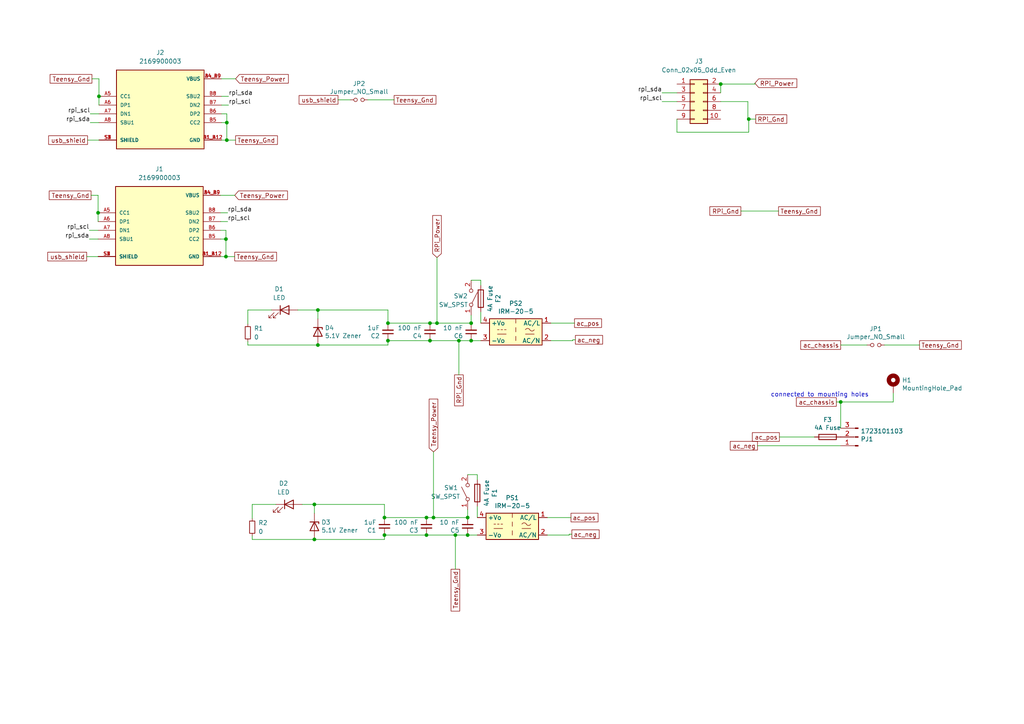
<source format=kicad_sch>
(kicad_sch (version 20211123) (generator eeschema)
  (paper "A4")
  (lib_symbols
    (symbol "Connector:Conn_01x03_Male" (pin_names (offset 1.016) hide)
      (property "Reference" "J" (at 0 5.08 0))
      (property "Value" "Conn_01x03_Male" (at 0 -5.08 0))
      (symbol "Conn_01x03_Male_1_1"
        (polyline (pts (xy 1.27 -2.54) (xy 0.8636 -2.54)) (stroke (width 0.1524)))
        (polyline (pts (xy 1.27 0) (xy 0.8636 0)) (stroke (width 0.1524)))
        (polyline (pts (xy 1.27 2.54) (xy 0.8636 2.54)) (stroke (width 0.1524)))
        (rectangle (start 0.8636 -2.413) (end 0 -2.667) (stroke (width 0.1524)) (fill (type outline)))
        (rectangle (start 0.8636 0.127) (end 0 -0.127) (stroke (width 0.1524)) (fill (type outline)))
        (rectangle (start 0.8636 2.667) (end 0 2.413) (stroke (width 0.1524)) (fill (type outline)))
        (pin passive line (at 5.08 2.54 180) (length 3.81) (name "Pin_1") (number "1"))
        (pin passive line (at 5.08 0 180) (length 3.81) (name "Pin_2") (number "2"))
        (pin passive line (at 5.08 -2.54 180) (length 3.81) (name "Pin_3") (number "3"))
      )
    )
    (symbol "Connector_Generic:Conn_02x05_Odd_Even" (pin_names (offset 1.016) hide)
      (property "Reference" "J" (at 1.27 7.62 0))
      (property "Value" "Conn_02x05_Odd_Even" (at 1.27 -7.62 0))
      (symbol "Conn_02x05_Odd_Even_1_1"
        (rectangle (start -1.27 -4.953) (end 0 -5.207) (stroke (width 0.1524)))
        (rectangle (start -1.27 -2.413) (end 0 -2.667) (stroke (width 0.1524)))
        (rectangle (start -1.27 0.127) (end 0 -0.127) (stroke (width 0.1524)))
        (rectangle (start -1.27 2.667) (end 0 2.413) (stroke (width 0.1524)))
        (rectangle (start -1.27 5.207) (end 0 4.953) (stroke (width 0.1524)))
        (rectangle (start -1.27 6.35) (end 3.81 -6.35) (stroke (width 0.254)) (fill (type background)))
        (rectangle (start 3.81 -4.953) (end 2.54 -5.207) (stroke (width 0.1524)))
        (rectangle (start 3.81 -2.413) (end 2.54 -2.667) (stroke (width 0.1524)))
        (rectangle (start 3.81 0.127) (end 2.54 -0.127) (stroke (width 0.1524)))
        (rectangle (start 3.81 2.667) (end 2.54 2.413) (stroke (width 0.1524)))
        (rectangle (start 3.81 5.207) (end 2.54 4.953) (stroke (width 0.1524)))
        (pin passive line (at -5.08 5.08 0) (length 3.81) (name "Pin_1") (number "1"))
        (pin passive line (at 7.62 -5.08 180) (length 3.81) (name "Pin_10") (number "10"))
        (pin passive line (at 7.62 5.08 180) (length 3.81) (name "Pin_2") (number "2"))
        (pin passive line (at -5.08 2.54 0) (length 3.81) (name "Pin_3") (number "3"))
        (pin passive line (at 7.62 2.54 180) (length 3.81) (name "Pin_4") (number "4"))
        (pin passive line (at -5.08 0 0) (length 3.81) (name "Pin_5") (number "5"))
        (pin passive line (at 7.62 0 180) (length 3.81) (name "Pin_6") (number "6"))
        (pin passive line (at -5.08 -2.54 0) (length 3.81) (name "Pin_7") (number "7"))
        (pin passive line (at 7.62 -2.54 180) (length 3.81) (name "Pin_8") (number "8"))
        (pin passive line (at -5.08 -5.08 0) (length 3.81) (name "Pin_9") (number "9"))
      )
    )
    (symbol "Converter_ACDC:IRM-20-5"
      (property "Reference" "PS" (at 0 5.08 0))
      (property "Value" "IRM-20-5" (at 0 -5.08 0))
      (symbol "IRM-20-5_0_1"
        (rectangle (start -7.62 3.81) (end 7.62 -3.81) (stroke (width 0.254)) (fill (type background)))
        (arc (start -5.334 0.635) (mid -4.699 0.2495) (end -4.064 0.635))
        (arc (start -2.794 0.635) (mid -3.429 1.0072) (end -4.064 0.635))
        (polyline (pts (xy -5.334 -0.635) (xy -2.794 -0.635)))
        (polyline (pts (xy 0 -1.27) (xy 0 -2.54)))
        (polyline (pts (xy 0 1.27) (xy 0 0)))
        (polyline (pts (xy 0 3.81) (xy 0 2.54)))
        (polyline (pts (xy 2.794 -0.635) (xy 5.334 -0.635)))
        (polyline (pts (xy 2.794 0.635) (xy 3.302 0.635)))
        (polyline (pts (xy 3.81 0.635) (xy 4.318 0.635)))
        (polyline (pts (xy 4.826 0.635) (xy 5.334 0.635)))
      )
      (symbol "IRM-20-5_1_1"
        (pin power_in line (at -10.16 2.54 0) (length 2.54) (name "AC/L") (number "1"))
        (pin power_in line (at -10.16 -2.54 0) (length 2.54) (name "AC/N") (number "2"))
        (pin power_out line (at 10.16 -2.54 180) (length 2.54) (name "-Vo") (number "3"))
        (pin power_out line (at 10.16 2.54 180) (length 2.54) (name "+Vo") (number "4"))
      )
    )
    (symbol "Device:C_Small" (pin_numbers hide) (pin_names (offset 0.254) hide)
      (property "Reference" "C" (at 0.254 1.778 0))
      (property "Value" "C_Small" (at 0.254 -2.032 0))
      (symbol "C_Small_0_1"
        (polyline (pts (xy -1.524 -0.508) (xy 1.524 -0.508)) (stroke (width 0.3302)))
        (polyline (pts (xy -1.524 0.508) (xy 1.524 0.508)) (stroke (width 0.3048)))
      )
      (symbol "C_Small_1_1"
        (pin passive line (at 0 2.54 270) (length 2.032) (name "~") (number "1"))
        (pin passive line (at 0 -2.54 90) (length 2.032) (name "~") (number "2"))
      )
    )
    (symbol "Device:D_Zener" (pin_numbers hide) (pin_names (offset 1.016) hide)
      (property "Reference" "D" (at 0 2.54 0))
      (property "Value" "D_Zener" (at 0 -2.54 0))
      (symbol "D_Zener_0_1"
        (polyline (pts (xy 1.27 0) (xy -1.27 0)))
        (polyline (pts (xy -1.27 -1.27) (xy -1.27 1.27) (xy -0.762 1.27)) (stroke (width 0.254)))
        (polyline (pts (xy 1.27 -1.27) (xy 1.27 1.27) (xy -1.27 0) (xy 1.27 -1.27)) (stroke (width 0.254)))
      )
      (symbol "D_Zener_1_1"
        (pin passive line (at -3.81 0 0) (length 2.54) (name "K") (number "1"))
        (pin passive line (at 3.81 0 180) (length 2.54) (name "A") (number "2"))
      )
    )
    (symbol "Device:Fuse" (pin_numbers hide) (pin_names (offset 0))
      (property "Reference" "F" (at 2.032 0 90))
      (property "Value" "Fuse" (at -1.905 0 90))
      (symbol "Fuse_0_1"
        (rectangle (start -0.762 -2.54) (end 0.762 2.54) (stroke (width 0.254)))
        (polyline (pts (xy 0 2.54) (xy 0 -2.54)))
      )
      (symbol "Fuse_1_1"
        (pin passive line (at 0 3.81 270) (length 1.27) (name "~") (number "1"))
        (pin passive line (at 0 -3.81 90) (length 1.27) (name "~") (number "2"))
      )
    )
    (symbol "Device:LED" (pin_numbers hide) (pin_names (offset 1.016) hide)
      (property "Reference" "D" (at 0 2.54 0))
      (property "Value" "LED" (at 0 -2.54 0))
      (symbol "LED_0_1"
        (polyline (pts (xy -1.27 -1.27) (xy -1.27 1.27)) (stroke (width 0.254)))
        (polyline (pts (xy -1.27 0) (xy 1.27 0)))
        (polyline (pts (xy 1.27 -1.27) (xy 1.27 1.27) (xy -1.27 0) (xy 1.27 -1.27)) (stroke (width 0.254)))
        (polyline (pts (xy -3.048 -0.762) (xy -4.572 -2.286) (xy -3.81 -2.286) (xy -4.572 -2.286) (xy -4.572 -1.524)))
        (polyline (pts (xy -1.778 -0.762) (xy -3.302 -2.286) (xy -2.54 -2.286) (xy -3.302 -2.286) (xy -3.302 -1.524)))
      )
      (symbol "LED_1_1"
        (pin passive line (at -3.81 0 0) (length 2.54) (name "K") (number "1"))
        (pin passive line (at 3.81 0 180) (length 2.54) (name "A") (number "2"))
      )
    )
    (symbol "Device:R_Small" (pin_numbers hide) (pin_names (offset 0.254) hide)
      (property "Reference" "R" (at 0.762 0.508 0))
      (property "Value" "R_Small" (at 0.762 -1.016 0))
      (symbol "R_Small_0_1"
        (rectangle (start -0.762 1.778) (end 0.762 -1.778) (stroke (width 0.2032)))
      )
      (symbol "R_Small_1_1"
        (pin passive line (at 0 2.54 270) (length 0.762) (name "~") (number "1"))
        (pin passive line (at 0 -2.54 90) (length 0.762) (name "~") (number "2"))
      )
    )
    (symbol "Mechanical:MountingHole_Pad" (pin_numbers hide) (pin_names (offset 1.016) hide)
      (property "Reference" "H" (at 0 6.35 0))
      (property "Value" "MountingHole_Pad" (at 0 4.445 0))
      (symbol "MountingHole_Pad_0_1"
        (circle (center 0 1.27) (radius 1.27) (stroke (width 1.27)))
      )
      (symbol "MountingHole_Pad_1_1"
        (pin input line (at 0 -2.54 90) (length 2.54) (name "1") (number "1"))
      )
    )
    (symbol "Switch:SW_SPST" (pin_names (offset 0) hide)
      (property "Reference" "SW" (at 0 3.175 0))
      (property "Value" "SW_SPST" (at 0 -2.54 0))
      (symbol "SW_SPST_0_0"
        (circle (center -2.032 0) (radius 0.508))
        (polyline (pts (xy -1.524 0.254) (xy 1.524 1.778)))
        (circle (center 2.032 0) (radius 0.508))
      )
      (symbol "SW_SPST_1_1"
        (pin passive line (at -5.08 0 0) (length 2.54) (name "A") (number "1"))
        (pin passive line (at 5.08 0 180) (length 2.54) (name "B") (number "2"))
      )
    )
    (symbol "teensy:2169900003" (pin_names (offset 1.016))
      (property "Reference" "J" (at -12.7 10.922 0))
      (property "Value" "2169900003" (at -12.7 -13.462 0))
      (symbol "2169900003_0_0"
        (rectangle (start -12.7 -12.7) (end 12.7 10.16) (stroke (width 0.254)) (fill (type background)))
        (pin power_in line (at 17.78 -10.16 180) (length 5.08) (name "GND") (number "A1_B12"))
        (pin power_in line (at 17.78 7.62 180) (length 5.08) (name "VBUS") (number "A4_B9"))
        (pin bidirectional line (at -17.78 2.54 0) (length 5.08) (name "CC1") (number "A5"))
        (pin bidirectional line (at -17.78 0 0) (length 5.08) (name "DP1") (number "A6"))
        (pin bidirectional line (at -17.78 -2.54 0) (length 5.08) (name "DN1") (number "A7"))
        (pin bidirectional line (at -17.78 -5.08 0) (length 5.08) (name "SBU1") (number "A8"))
        (pin power_in line (at 17.78 -10.16 180) (length 5.08) (name "GND") (number "B1_A12"))
        (pin power_in line (at 17.78 7.62 180) (length 5.08) (name "VBUS") (number "B4_A9"))
        (pin bidirectional line (at 17.78 -5.08 180) (length 5.08) (name "CC2") (number "B5"))
        (pin bidirectional line (at 17.78 -2.54 180) (length 5.08) (name "DP2") (number "B6"))
        (pin bidirectional line (at 17.78 0 180) (length 5.08) (name "DN2") (number "B7"))
        (pin bidirectional line (at 17.78 2.54 180) (length 5.08) (name "SBU2") (number "B8"))
        (pin passive line (at -17.78 -10.16 0) (length 5.08) (name "SHIELD") (number "S1"))
        (pin passive line (at -17.78 -10.16 0) (length 5.08) (name "SHIELD") (number "S2"))
        (pin passive line (at -17.78 -10.16 0) (length 5.08) (name "SHIELD") (number "S3"))
        (pin passive line (at -17.78 -10.16 0) (length 5.08) (name "SHIELD") (number "S4"))
      )
    )
    (symbol "widaq-magis-ssr-v1b-rescue:Jumper_NO_Small-Device" (pin_numbers hide) (pin_names (offset 0.762) hide)
      (property "Reference" "JP" (at 0 2.032 0))
      (property "Value" "Jumper_NO_Small-Device" (at 0.254 -1.524 0))
      (symbol "Jumper_NO_Small-Device_0_1"
        (circle (center -1.016 0) (radius 0.508))
        (circle (center 1.016 0) (radius 0.508))
        (pin passive line (at -2.54 0 0) (length 1.016) (name "1") (number "1"))
        (pin passive line (at 2.54 0 180) (length 1.016) (name "2") (number "2"))
      )
    )
  )
  (junction (at 91.186 146.304))
  (junction (at 112.522 98.806))
  (junction (at 92.202 100.076))
  (junction (at 124.714 93.726))
  (junction (at 135.636 155.194))
  (junction (at 136.652 93.726))
  (junction (at 65.786 35.56))
  (junction (at 28.448 61.722))
  (junction (at 91.186 156.464))
  (junction (at 209.042 24.384))
  (junction (at 135.636 150.114))
  (junction (at 111.506 150.114))
  (junction (at 123.698 150.114))
  (junction (at 65.532 74.422))
  (junction (at 65.786 40.64))
  (junction (at 65.532 69.342))
  (junction (at 92.202 89.916))
  (junction (at 111.506 155.194))
  (junction (at 133.096 98.806))
  (junction (at 136.652 98.806))
  (junction (at 112.522 93.726))
  (junction (at 124.714 98.806))
  (junction (at 243.84 116.586))
  (junction (at 123.698 155.194))
  (junction (at 217.17 34.544))
  (junction (at 28.702 27.94))
  (junction (at 126.746 93.726))
  (junction (at 132.08 155.194))
  (junction (at 125.73 150.114))
  (wire (pts (xy 138.43 146.812) (xy 138.43 150.114)))
  (wire (pts (xy 139.446 90.424) (xy 139.446 93.726)))
  (wire (pts (xy 126.746 93.726) (xy 136.652 93.726)))
  (wire (pts (xy 65.786 33.02) (xy 65.786 35.56)))
  (wire (pts (xy 192.024 29.464) (xy 196.342 29.464)))
  (wire (pts (xy 73.152 146.304) (xy 73.152 150.368)))
  (wire (pts (xy 138.43 139.192) (xy 138.43 137.668)))
  (wire (pts (xy 135.636 155.194) (xy 138.43 155.194)))
  (wire (pts (xy 91.186 146.304) (xy 91.186 148.844)))
  (wire (pts (xy 214.884 61.214) (xy 225.806 61.214)))
  (wire (pts (xy 92.202 100.076) (xy 112.522 100.076)))
  (wire (pts (xy 98.044 28.956) (xy 101.6 28.956)))
  (wire (pts (xy 86.36 89.916) (xy 92.202 89.916)))
  (wire (pts (xy 112.522 93.726) (xy 112.522 89.916)))
  (wire (pts (xy 124.714 93.726) (xy 126.746 93.726)))
  (wire (pts (xy 136.652 91.44) (xy 136.652 93.726)))
  (wire (pts (xy 64.008 61.722) (xy 66.04 61.722)))
  (wire (pts (xy 158.75 150.114) (xy 165.608 150.114)))
  (wire (pts (xy 216.916 29.464) (xy 216.916 34.544)))
  (wire (pts (xy 166.116 98.552) (xy 166.878 98.552)))
  (wire (pts (xy 25.908 69.342) (xy 28.448 69.342)))
  (wire (pts (xy 64.262 35.56) (xy 65.786 35.56)))
  (wire (pts (xy 217.17 34.544) (xy 217.17 38.354)))
  (wire (pts (xy 26.67 22.86) (xy 28.702 22.86)))
  (wire (pts (xy 112.522 93.726) (xy 124.714 93.726)))
  (wire (pts (xy 166.116 98.806) (xy 166.116 98.552)))
  (wire (pts (xy 64.008 69.342) (xy 65.532 69.342)))
  (wire (pts (xy 112.268 98.806) (xy 112.522 98.806)))
  (wire (pts (xy 65.532 66.802) (xy 65.532 69.342)))
  (wire (pts (xy 64.262 30.48) (xy 66.294 30.48)))
  (wire (pts (xy 111.506 150.114) (xy 123.698 150.114)))
  (wire (pts (xy 158.75 155.194) (xy 165.1 155.194)))
  (wire (pts (xy 259.08 116.586) (xy 259.08 114.046)))
  (wire (pts (xy 126.746 74.676) (xy 126.746 93.726)))
  (wire (pts (xy 111.506 150.114) (xy 111.506 146.304)))
  (wire (pts (xy 196.342 38.354) (xy 217.17 38.354)))
  (wire (pts (xy 124.714 98.806) (xy 133.096 98.806)))
  (wire (pts (xy 251.46 100.076) (xy 243.84 100.076)))
  (wire (pts (xy 64.008 64.262) (xy 66.04 64.262)))
  (wire (pts (xy 64.262 40.64) (xy 65.786 40.64)))
  (wire (pts (xy 65.532 74.422) (xy 68.072 74.422)))
  (wire (pts (xy 65.786 35.56) (xy 65.786 40.64)))
  (wire (pts (xy 209.042 24.384) (xy 218.948 24.384)))
  (wire (pts (xy 91.186 156.464) (xy 111.506 156.464)))
  (wire (pts (xy 26.162 33.02) (xy 28.702 33.02)))
  (wire (pts (xy 26.416 56.642) (xy 28.448 56.642)))
  (wire (pts (xy 165.1 155.194) (xy 165.1 154.94)))
  (wire (pts (xy 216.916 34.544) (xy 217.17 34.544)))
  (wire (pts (xy 64.262 27.94) (xy 66.294 27.94)))
  (wire (pts (xy 132.08 155.194) (xy 135.636 155.194)))
  (wire (pts (xy 73.152 155.448) (xy 73.152 156.464)))
  (wire (pts (xy 209.042 29.464) (xy 216.916 29.464)))
  (wire (pts (xy 111.252 155.194) (xy 111.506 155.194)))
  (wire (pts (xy 256.54 100.076) (xy 266.7 100.076)))
  (wire (pts (xy 226.06 126.746) (xy 236.22 126.746)))
  (wire (pts (xy 135.636 147.828) (xy 135.636 150.114)))
  (wire (pts (xy 243.84 124.206) (xy 243.84 116.586)))
  (wire (pts (xy 218.948 24.384) (xy 218.948 24.13)))
  (wire (pts (xy 65.786 40.64) (xy 68.326 40.64)))
  (wire (pts (xy 78.74 89.916) (xy 71.882 89.916)))
  (wire (pts (xy 64.008 56.642) (xy 68.072 56.642)))
  (wire (pts (xy 123.698 155.194) (xy 132.08 155.194)))
  (wire (pts (xy 25.908 66.802) (xy 28.448 66.802)))
  (wire (pts (xy 111.506 146.304) (xy 91.186 146.304)))
  (wire (pts (xy 28.702 27.94) (xy 28.702 30.48)))
  (wire (pts (xy 125.73 131.064) (xy 125.73 150.114)))
  (wire (pts (xy 71.882 89.916) (xy 71.882 93.98)))
  (wire (pts (xy 133.096 98.806) (xy 136.652 98.806)))
  (wire (pts (xy 196.342 34.544) (xy 196.342 38.354)))
  (wire (pts (xy 111.506 155.194) (xy 123.698 155.194)))
  (wire (pts (xy 112.522 98.806) (xy 112.522 100.076)))
  (wire (pts (xy 64.008 66.802) (xy 65.532 66.802)))
  (wire (pts (xy 138.43 137.668) (xy 135.636 137.668)))
  (wire (pts (xy 217.17 34.544) (xy 219.202 34.544)))
  (wire (pts (xy 73.152 156.464) (xy 91.186 156.464)))
  (wire (pts (xy 28.448 56.642) (xy 28.448 61.722)))
  (wire (pts (xy 132.08 155.194) (xy 132.08 165.1)))
  (wire (pts (xy 133.096 98.806) (xy 133.096 108.712)))
  (wire (pts (xy 209.042 24.384) (xy 209.042 26.924)))
  (wire (pts (xy 165.1 154.94) (xy 165.862 154.94)))
  (wire (pts (xy 219.71 129.286) (xy 243.84 129.286)))
  (wire (pts (xy 139.446 82.804) (xy 139.446 81.28)))
  (wire (pts (xy 243.84 116.586) (xy 259.08 116.586)))
  (wire (pts (xy 112.522 89.916) (xy 92.202 89.916)))
  (wire (pts (xy 112.522 98.806) (xy 124.714 98.806)))
  (wire (pts (xy 25.146 74.422) (xy 28.448 74.422)))
  (wire (pts (xy 106.68 28.956) (xy 114.3 28.956)))
  (wire (pts (xy 64.262 33.02) (xy 65.786 33.02)))
  (wire (pts (xy 111.506 155.194) (xy 111.506 156.464)))
  (wire (pts (xy 28.702 22.86) (xy 28.702 27.94)))
  (wire (pts (xy 159.766 98.806) (xy 166.116 98.806)))
  (wire (pts (xy 125.73 150.114) (xy 135.636 150.114)))
  (wire (pts (xy 243.84 116.586) (xy 242.57 116.586)))
  (wire (pts (xy 65.532 69.342) (xy 65.532 74.422)))
  (wire (pts (xy 25.4 40.64) (xy 28.702 40.64)))
  (wire (pts (xy 87.63 146.304) (xy 91.186 146.304)))
  (wire (pts (xy 28.448 61.722) (xy 28.448 64.262)))
  (wire (pts (xy 26.162 35.56) (xy 28.702 35.56)))
  (wire (pts (xy 139.446 81.28) (xy 136.652 81.28)))
  (wire (pts (xy 80.01 146.304) (xy 73.152 146.304)))
  (wire (pts (xy 71.882 99.06) (xy 71.882 100.076)))
  (wire (pts (xy 136.652 98.806) (xy 139.446 98.806)))
  (wire (pts (xy 123.698 150.114) (xy 125.73 150.114)))
  (wire (pts (xy 71.882 100.076) (xy 92.202 100.076)))
  (wire (pts (xy 92.202 89.916) (xy 92.202 92.456)))
  (wire (pts (xy 64.008 74.422) (xy 65.532 74.422)))
  (wire (pts (xy 192.024 26.924) (xy 196.342 26.924)))
  (wire (pts (xy 64.262 22.86) (xy 68.326 22.86)))
  (wire (pts (xy 159.766 93.726) (xy 166.624 93.726)))
  (text "connected to mounting holes" (at 223.52 115.316 0) (effects (font (size 1.27 1.27)) (justify left bottom)))
  (label "rpi_sda" (at 66.04 61.722 0))
  (label "rpi_sda" (at 26.162 35.56 180))
  (label "rpi_scl" (at 66.04 64.262 0))
  (label "rpi_sda" (at 66.294 27.94 0))
  (label "rpi_sda" (at 192.024 26.924 180))
  (label "rpi_scl" (at 26.162 33.02 180))
  (label "rpi_scl" (at 25.908 66.802 180))
  (label "rpi_scl" (at 66.294 30.48 0))
  (label "rpi_scl" (at 192.024 29.464 180))
  (label "rpi_sda" (at 25.908 69.342 180))
  (global_label "ac_pos" (shape passive) (at 165.608 150.114 0) (property "Intersheet References" "${INTERSHEET_REFS}" (effects hide)))
  (global_label "Teensy_Gnd" (shape passive) (at 132.08 165.1 270) (property "Intersheet References" "${INTERSHEET_REFS}" (effects hide)))
  (global_label "ac_pos" (shape passive) (at 166.624 93.726 0) (property "Intersheet References" "${INTERSHEET_REFS}" (effects hide)))
  (global_label "RPi_Gnd" (shape passive) (at 133.096 108.712 270) (property "Intersheet References" "${INTERSHEET_REFS}" (effects hide)))
  (global_label "usb_shield" (shape passive) (at 25.4 40.64 180) (property "Intersheet References" "${INTERSHEET_REFS}" (effects hide)))
  (global_label "Teensy_Gnd" (shape passive) (at 68.072 74.422 0) (property "Intersheet References" "${INTERSHEET_REFS}" (effects hide)))
  (global_label "usb_shield" (shape passive) (at 25.146 74.422 180) (property "Intersheet References" "${INTERSHEET_REFS}" (effects hide)))
  (global_label "RPi_Power" (shape input) (at 126.746 74.676 90) (property "Intersheet References" "${INTERSHEET_REFS}" (effects hide)))
  (global_label "ac_pos" (shape passive) (at 226.06 126.746 180) (property "Intersheet References" "${INTERSHEET_REFS}" (effects hide)))
  (global_label "Teensy_Gnd" (shape passive) (at 68.326 40.64 0) (property "Intersheet References" "${INTERSHEET_REFS}" (effects hide)))
  (global_label "Teensy_Gnd" (shape passive) (at 266.7 100.076 0) (property "Intersheet References" "${INTERSHEET_REFS}" (effects hide)))
  (global_label "Teensy_Gnd" (shape passive) (at 114.3 28.956 0) (property "Intersheet References" "${INTERSHEET_REFS}" (effects hide)))
  (global_label "RPi_Gnd" (shape passive) (at 219.202 34.544 0) (property "Intersheet References" "${INTERSHEET_REFS}" (effects hide)))
  (global_label "Teensy_Gnd" (shape passive) (at 225.806 61.214 0) (property "Intersheet References" "${INTERSHEET_REFS}" (effects hide)))
  (global_label "Teensy_Gnd" (shape passive) (at 26.67 22.86 180) (property "Intersheet References" "${INTERSHEET_REFS}" (effects hide)))
  (global_label "RPi_Gnd" (shape passive) (at 214.884 61.214 180) (property "Intersheet References" "${INTERSHEET_REFS}" (effects hide)))
  (global_label "Teensy_Power" (shape input) (at 68.326 22.86 0) (property "Intersheet References" "${INTERSHEET_REFS}" (effects hide)))
  (global_label "Teensy_Power" (shape input) (at 125.73 131.064 90) (property "Intersheet References" "${INTERSHEET_REFS}" (effects hide)))
  (global_label "usb_shield" (shape passive) (at 98.044 28.956 180) (property "Intersheet References" "${INTERSHEET_REFS}" (effects hide)))
  (global_label "ac_chassis" (shape passive) (at 243.84 100.076 180) (property "Intersheet References" "${INTERSHEET_REFS}" (effects hide)))
  (global_label "ac_neg" (shape passive) (at 166.878 98.552 0) (property "Intersheet References" "${INTERSHEET_REFS}" (effects hide)))
  (global_label "Teensy_Power" (shape input) (at 68.072 56.642 0) (property "Intersheet References" "${INTERSHEET_REFS}" (effects hide)))
  (global_label "ac_neg" (shape passive) (at 165.862 154.94 0) (property "Intersheet References" "${INTERSHEET_REFS}" (effects hide)))
  (global_label "ac_neg" (shape passive) (at 219.71 129.286 180) (property "Intersheet References" "${INTERSHEET_REFS}" (effects hide)))
  (global_label "ac_chassis" (shape passive) (at 242.57 116.586 180) (property "Intersheet References" "${INTERSHEET_REFS}" (effects hide)))
  (global_label "Teensy_Gnd" (shape passive) (at 26.416 56.642 180) (property "Intersheet References" "${INTERSHEET_REFS}" (effects hide)))
  (global_label "RPi_Power" (shape input) (at 218.948 24.13 0) (property "Intersheet References" "${INTERSHEET_REFS}" (effects hide)))
  (symbol (lib_id "Mechanical:MountingHole_Pad") (at 259.08 111.506 0) (unit 1)
    (property "Reference" "H1" (at 261.62 110.2614 0) (effects (justify left)))
    (property "Value" "MountingHole_Pad" (at 261.62 112.5728 0) (effects (justify left)))
    (property "Footprint" "MountingHole:MountingHole_4.5mm_Pad" (effects hide))
  )
  (symbol (lib_id "Device:C_Small") (at 111.506 152.654 180) (unit 1)
    (property "Reference" "C1" (at 109.1692 153.8224 0) (effects (justify left)))
    (property "Value" "1uF" (at 109.1692 151.511 0) (effects (justify left)))
    (property "Footprint" "Capacitor_THT:C_Disc_D4.3mm_W1.9mm_P5.00mm" (effects hide))
  )
  (symbol (lib_id "Connector:Conn_01x03_Male") (at 248.92 126.746 180) (unit 1)
    (property "Reference" "PJ1" (at 249.6312 127.3556 0) (effects (justify right)))
    (property "Value" "1723101103" (at 249.6312 125.0442 0) (effects (justify right)))
    (property "Footprint" "Connector_Molex:Molex_MLX42002_3" (effects hide))
  )
  (symbol (lib_id "Device:C_Small") (at 112.522 96.266 180) (unit 1)
    (property "Reference" "C2" (at 110.1852 97.4344 0) (effects (justify left)))
    (property "Value" "1uF" (at 110.1852 95.123 0) (effects (justify left)))
    (property "Footprint" "Capacitor_THT:C_Disc_D4.3mm_W1.9mm_P5.00mm" (effects hide))
  )
  (symbol (lib_id "Device:LED") (at 82.55 89.916 0) (unit 1)
    (property "Reference" "D1" (at 80.9625 83.82 0))
    (property "Value" "LED" (at 80.9625 86.36 0))
    (property "Footprint" "Connector_JST:JST_PH_S2B-PH-K_1x02_P2.00mm_Horizontal" (effects hide))
  )
  (symbol (lib_id "widaq-magis-ssr-v1b-rescue:Jumper_NO_Small-Device") (at 104.14 28.956 0) (unit 1)
    (property "Reference" "JP2" (at 104.14 24.257 0))
    (property "Value" "Jumper_NO_Small" (at 104.14 26.5684 0))
    (property "Footprint" "Connector_PinHeader_2.54mm:PinHeader_1x02_P2.54mm_Vertical" (effects hide))
  )
  (symbol (lib_id "Device:D_Zener") (at 91.186 152.654 270) (unit 1)
    (property "Reference" "D3" (at 93.1926 151.4856 90) (effects (justify left)))
    (property "Value" "5.1V Zener" (at 93.1926 153.797 90) (effects (justify left)))
    (property "Footprint" "Diode_THT:D_DO-35_SOD27_P2.54mm_Vertical_AnodeUp" (effects hide))
  )
  (symbol (lib_id "Device:LED") (at 83.82 146.304 0) (unit 1)
    (property "Reference" "D2" (at 82.2325 140.208 0))
    (property "Value" "LED" (at 82.2325 142.748 0))
    (property "Footprint" "Connector_JST:JST_PH_S2B-PH-K_1x02_P2.00mm_Horizontal" (effects hide))
  )
  (symbol (lib_id "Device:C_Small") (at 123.698 152.654 180) (unit 1)
    (property "Reference" "C3" (at 121.3612 153.8224 0) (effects (justify left)))
    (property "Value" "100 nF" (at 121.3612 151.511 0) (effects (justify left)))
    (property "Footprint" "Capacitor_THT:C_Disc_D4.3mm_W1.9mm_P5.00mm" (effects hide))
  )
  (symbol (lib_id "Device:C_Small") (at 124.714 96.266 180) (unit 1)
    (property "Reference" "C4" (at 122.3772 97.4344 0) (effects (justify left)))
    (property "Value" "100 nF" (at 122.3772 95.123 0) (effects (justify left)))
    (property "Footprint" "Capacitor_THT:C_Disc_D4.3mm_W1.9mm_P5.00mm" (effects hide))
  )
  (symbol (lib_id "Switch:SW_SPST") (at 135.636 142.748 90) (unit 1)
    (property "Reference" "SW1" (at 128.778 141.478 90) (effects (justify right)))
    (property "Value" "SW_SPST" (at 124.968 144.018 90) (effects (justify right)))
    (property "Footprint" "Connector_JST:JST_PH_S2B-PH-K_1x02_P2.00mm_Horizontal" (effects hide))
  )
  (symbol (lib_id "Device:Fuse") (at 138.43 143.002 180) (unit 1)
    (property "Reference" "F1" (at 143.4338 143.002 90))
    (property "Value" "4A Fuse " (at 141.1224 143.002 90))
    (property "Footprint" "teensy:LittleFuseHolder" (effects hide))
  )
  (symbol (lib_id "Converter_ACDC:IRM-20-5") (at 149.606 96.266 0) (mirror y) (unit 1)
    (property "Reference" "PS2" (at 149.606 88.011 0))
    (property "Value" "IRM-20-5" (at 149.606 90.3224 0))
    (property "Footprint" "teensy:ACDC5V" (effects hide))
    (property "Datasheet" "http://www.meanwell.com/Upload/PDF/IRM-20/IRM-20-SPEC.PDF" (effects hide))
  )
  (symbol (lib_id "Device:Fuse") (at 240.03 126.746 270) (unit 1)
    (property "Reference" "F3" (at 240.03 121.7422 90))
    (property "Value" "4A Fuse" (at 240.03 124.0536 90))
    (property "Footprint" "teensy:LittleFuseHolder" (effects hide))
  )
  (symbol (lib_id "Device:C_Small") (at 136.652 96.266 180) (unit 1)
    (property "Reference" "C6" (at 134.3152 97.4344 0) (effects (justify left)))
    (property "Value" "10 nF" (at 134.3152 95.123 0) (effects (justify left)))
    (property "Footprint" "Capacitor_THT:C_Disc_D4.3mm_W1.9mm_P5.00mm" (effects hide))
  )
  (symbol (lib_id "Device:Fuse") (at 139.446 86.614 180) (unit 1)
    (property "Reference" "F2" (at 144.4498 86.614 90))
    (property "Value" "4A Fuse " (at 142.1384 86.614 90))
    (property "Footprint" "teensy:LittleFuseHolder" (effects hide))
  )
  (symbol (lib_id "Converter_ACDC:IRM-20-5") (at 148.59 152.654 0) (mirror y) (unit 1)
    (property "Reference" "PS1" (at 148.59 144.399 0))
    (property "Value" "IRM-20-5" (at 148.59 146.7104 0))
    (property "Footprint" "teensy:ACDC5V" (effects hide))
    (property "Datasheet" "http://www.meanwell.com/Upload/PDF/IRM-20/IRM-20-SPEC.PDF" (effects hide))
  )
  (symbol (lib_id "widaq-magis-ssr-v1b-rescue:Jumper_NO_Small-Device") (at 254 100.076 0) (unit 1)
    (property "Reference" "JP1" (at 254 95.377 0))
    (property "Value" "Jumper_NO_Small" (at 254 97.6884 0))
    (property "Footprint" "Connector_PinHeader_2.54mm:PinHeader_1x02_P2.54mm_Vertical" (effects hide))
  )
  (symbol (lib_id "Device:C_Small") (at 135.636 152.654 180) (unit 1)
    (property "Reference" "C5" (at 133.2992 153.8224 0) (effects (justify left)))
    (property "Value" "10 nF" (at 133.2992 151.511 0) (effects (justify left)))
    (property "Footprint" "Capacitor_THT:C_Disc_D4.3mm_W1.9mm_P5.00mm" (effects hide))
  )
  (symbol (lib_id "Device:R_Small") (at 71.882 96.52 0) (unit 1)
    (property "Reference" "R1" (at 73.66 95.2499 0) (effects (justify left)))
    (property "Value" "0" (at 73.66 97.7899 0) (effects (justify left)))
    (property "Footprint" "Resistor_THT:R_Axial_DIN0207_L6.3mm_D2.5mm_P7.62mm_Horizontal" (effects hide))
  )
  (symbol (lib_id "teensy:2169900003") (at 46.482 30.48 0) (unit 1)
    (property "Reference" "J2" (at 46.482 15.24 0))
    (property "Value" "2169900003" (at 46.482 17.78 0))
    (property "Footprint" "teensy:MOLEX_2169900003" (effects hide))
    (property "STANDARD" "Manufacturer Recommendations" (effects hide))
    (property "PARTREV" "A1" (effects hide))
    (property "MANUFACTURER" "Molex" (effects hide))
    (property "SNAPEDA_PN" "2169900003" (effects hide))
    (property "MAXIMUM_PACKAGE_HEIGHT" "2.31 mm" (effects hide))
  )
  (symbol (lib_id "teensy:2169900003") (at 46.228 64.262 0) (unit 1)
    (property "Reference" "J1" (at 46.228 49.022 0))
    (property "Value" "2169900003" (at 46.228 51.562 0))
    (property "Footprint" "teensy:MOLEX_2169900003" (effects hide))
    (property "STANDARD" "Manufacturer Recommendations" (effects hide))
    (property "PARTREV" "A1" (effects hide))
    (property "MANUFACTURER" "Molex" (effects hide))
    (property "SNAPEDA_PN" "2169900003" (effects hide))
    (property "MAXIMUM_PACKAGE_HEIGHT" "2.31 mm" (effects hide))
  )
  (symbol (lib_id "Device:D_Zener") (at 92.202 96.266 270) (unit 1)
    (property "Reference" "D4" (at 94.2086 95.0976 90) (effects (justify left)))
    (property "Value" "5.1V Zener" (at 94.2086 97.409 90) (effects (justify left)))
    (property "Footprint" "Diode_THT:D_DO-35_SOD27_P2.54mm_Vertical_AnodeUp" (effects hide))
  )
  (symbol (lib_id "Device:R_Small") (at 73.152 152.908 0) (unit 1)
    (property "Reference" "R2" (at 74.93 151.6379 0) (effects (justify left)))
    (property "Value" "0" (at 74.93 154.1779 0) (effects (justify left)))
    (property "Footprint" "Resistor_THT:R_Axial_DIN0207_L6.3mm_D2.5mm_P7.62mm_Horizontal" (effects hide))
  )
  (symbol (lib_id "Switch:SW_SPST") (at 136.652 86.36 270) (mirror x) (unit 1)
    (property "Reference" "SW2" (at 131.572 85.852 90) (effects (justify left)))
    (property "Value" "SW_SPST" (at 127.254 88.392 90) (effects (justify left)))
    (property "Footprint" "Connector_JST:JST_PH_S2B-PH-K_1x02_P2.00mm_Horizontal" (effects hide))
  )
  (symbol (lib_id "Connector_Generic:Conn_02x05_Odd_Even") (at 201.422 29.464 0) (unit 1)
    (property "Reference" "J3" (at 202.692 17.78 0))
    (property "Value" "Conn_02x05_Odd_Even" (at 202.692 20.32 0))
    (property "Footprint" "Connector_PinHeader_2.54mm:PinHeader_2x05_P2.54mm_Vertical" (effects hide))
  )
)
</source>
